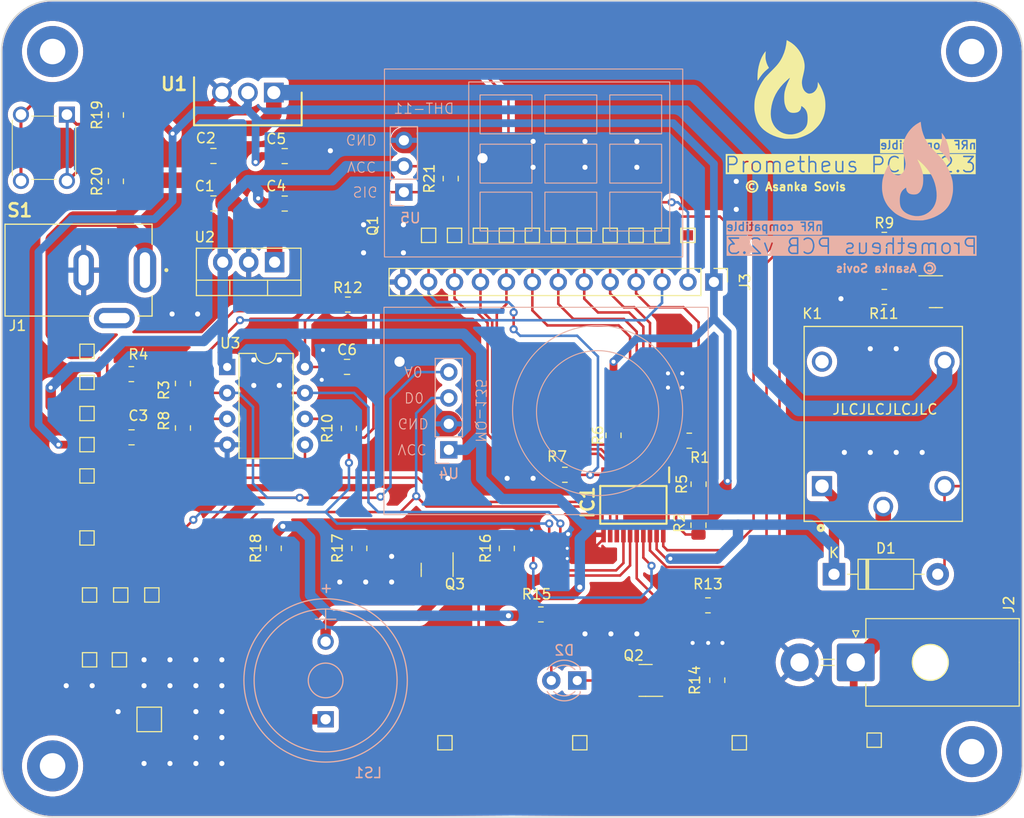
<source format=kicad_pcb>
(kicad_pcb (version 20221018) (generator pcbnew)
  (title_block (title "Prometheus Main PCB v2.3") (date "2023-11-14") (rev "2.3") (company "Asanka Sovis"))
  (layers (0 "F.Cu" signal) (31 "B.Cu" signal) (34 "B.Paste" user) (35 "F.Paste" user) (36 "B.SilkS" user "B.Silkscreen") (37 "F.SilkS" user "F.Silkscreen") (38 "B.Mask" user) (39 "F.Mask" user) (44 "Edge.Cuts" user))
  (net 0 "")
  (net 1 "+12V")
  (net 2 "GND")
  (net 3 "Net-(C3-Pad2)")
  (net 4 "+5V")
  (net 5 "+3.3V")
  (net 6 "Net-(D1-A)")
  (net 7 "Net-(D2-K)")
  (net 8 "Net-(D2-A)")
  (net 9 "/DHT_11_3V3")
  (net 10 "/Solenoid_Control_3V3")
  (net 11 "/Indicator_Buzzer_3V3")
  (net 12 "/Indicator_LED_3V3")
  (net 13 "/MQ_135_SDA_3V3")
  (net 14 "/MQ_135_SCL_3V3")
  (net 15 "/MQ_135_CS_3V3")
  (net 16 "/MQ_135_D_3V3")
  (net 17 "/LS_EN")
  (net 18 "/MQ_135_D")
  (net 19 "/MQ_135_CS")
  (net 20 "/MQ_135_SCL")
  (net 21 "/MQ_135_SDA")
  (net 22 "/Indicator_LED")
  (net 23 "/Indicator_Buzzer")
  (net 24 "/Solenoid_Control")
  (net 25 "/DHT_11_5V")
  (net 26 "/To_Solenoid")
  (net 27 "/To_Reset")
  (net 28 "/MQ_135_A_3V3")
  (net 30 "Net-(Q1-G)")
  (net 31 "Net-(Q2-G)")
  (net 32 "Net-(Q3-G)")
  (net 33 "Net-(Q3-D)")
  (net 34 "/MQ_135_A")
  (net 35 "Net-(U3-REF-)")
  (net 36 "Net-(U3-SDA)")
  (net 37 "Net-(S1-COM_1)")
  (net 38 "Net-(LS1-Pad1)")
  (footprint "TestPoint:TestPoint_Pad_1.0x1.0mm" (layer "F.Cu") (at 98.591 120.6315)
    (fp_text reference "TP13")
    (fp_text value "MQ_135_D_TP")
  )
  (footprint "Resistor_SMD:R_0805_2012Metric" (layer "F.Cu") (at 173.4975 85.0715 180)
    (fp_text reference "R11")
    (fp_text value "10k")
  )
  (footprint "Resistor_SMD:R_0805_2012Metric" (layer "F.Cu") (at 99.7575 92.6435)
    (fp_text reference "R4")
    (fp_text value "20k")
  )
  (footprint "TestPoint:TestPoint_Pad_1.0x1.0mm" (layer "F.Cu") (at 143.676 128.7595)
    (fp_text reference "TP15")
    (fp_text value "LED_TP")
  )
  (footprint "Resistor_SMD:R_0805_2012Metric" (layer "F.Cu") (at 131.036 73.4785 90)
    (fp_text reference "R21")
    (fp_text value "10k")
  )
  (footprint "SRD-05VDC-SL-C:RELAY_SRD-05VDC-SL-C" (layer "F.Cu") (at 173.394 97.5175 90)
    (fp_text reference "K1")
    (fp_text value "SRD-05VDC-SL-C")
  )
  (footprint "Resistor_SMD:R_0805_2012Metric" (layer "F.Cu") (at 136.53 109.721 -90)
    (fp_text reference "R16")
    (fp_text value "100R")
  )
  (footprint "MountingHole:MountingHole_2.5mm_Pad_TopBottom" (layer "F.Cu") (at 92.046 131.03)
    (fp_text reference "H4")
    (fp_text value "MountingHole")
  )
  (footprint "Capacitor_SMD:C_0805_2012Metric" (layer "F.Cu") (at 114.78 75.9275)
    (fp_text reference "C4")
    (fp_text value "10uF")
  )
  (footprint "Capacitor_SMD:C_0805_2012Metric" (layer "F.Cu") (at 120.882 91.9295)
    (fp_text reference "C6")
    (fp_text value "0.1uF")
  )
  (footprint "TestPoint:TestPoint_Pad_1.0x1.0mm" (layer "F.Cu") (at 95.67 120.6315)
    (fp_text reference "TP12")
    (fp_text value "MQ_135_5V_TP")
  )
  (footprint "TestPoint:TestPoint_Pad_1.0x1.0mm" (layer "F.Cu") (at 95.416 102.6183)
    (fp_text reference "TP3")
    (fp_text value "VREF_A_TP")
  )
  (footprint "TestPoint:TestPoint_Pad_1.0x1.0mm" (layer "F.Cu") (at 149.19 79.0415 -90)
    (fp_text reference "TP20")
    (fp_text value "DHT_11_3V3_TP")
  )
  (footprint "Resistor_SMD:R_0805_2012Metric" (layer "F.Cu") (at 98.25 73.75 90)
    (fp_text reference "R20")
    (fp_text value "DNP")
  )
  (footprint "TestPoint:TestPoint_Pad_2.0x2.0mm" (layer "F.Cu") (at 101.512 126.4735 90)
    (fp_text reference "TP25")
    (fp_text value "GND_TP")
  )
  (footprint "Graphics:Prometheus" (layer "F.Cu") (at 164.25 64.75)
    (fp_text reference "G***" hide)
    (fp_text value "LOGO" hide)
  )
  (footprint "Resistor_SMD:R_0805_2012Metric" (layer "F.Cu") (at 155.298 107.4435 -90)
    (fp_text reference "R2")
    (fp_text value "DNP")
  )
  (footprint "Package_TO_SOT_SMD:SOT-23" (layer "F.Cu") (at 129.706 111.82 -90)
    (fp_text reference "Q3")
    (fp_text value "IRLML6246")
  )
  (footprint "Resistor_SMD:R_0805_2012Metric" (layer "F.Cu") (at 120.9575 85.8235)
    (fp_text reference "R12")
    (fp_text value "10k")
  )
  (footprint "TestPoint:TestPoint_Pad_1.0x1.0mm" (layer "F.Cu") (at 131.41 79.0415 -90)
    (fp_text reference "TP24")
    (fp_text value "MQ_135_D_3V3_TP")
  )
  (footprint "TestPoint:TestPoint_Pad_1.0x1.0mm" (layer "F.Cu") (at 95.67 114.2815)
    (fp_text reference "TP7")
    (fp_text value "MQ_135_SCL_TP")
  )
  (footprint "TestPoint:TestPoint_Pad_1.0x1.0mm" (layer "F.Cu") (at 141.57 79.0415 -90)
    (fp_text reference "TP19")
    (fp_text value "Indicator_LED_3V3_TP")
  )
  (footprint "Resistor_SMD:R_0805_2012Metric" (layer "F.Cu") (at 157.14 122.6335 90)
    (fp_text reference "R14")
    (fp_text value "10k")
  )
  (footprint "TestPoint:TestPoint_Pad_1.0x1.0mm" (layer "F.Cu") (at 128.87 79.0415 -90)
    (fp_text reference "TP6")
    (fp_text value "LS_EN_TP")
  )
  (footprint "Resistor_SMD:R_0805_2012Metric" (layer "F.Cu") (at 154.3975 99.1635 180)
    (fp_text reference "R1")
    (fp_text value "DNP")
  )
  (footprint "TestPoint:TestPoint_Pad_1.0x1.0mm" (layer "F.Cu") (at 95.416 90.4055 90)
    (fp_text reference "TP1")
    (fp_text value "12V_TP")
  )
  (footprint "TestPoint:TestPoint_Pad_1.0x1.0mm" (layer "F.Cu") (at 146.65 79.0415 -90)
    (fp_text reference "TP17")
    (fp_text value "Solenoid_Control_3V3_TP")
  )
  (footprint "TestPoint:TestPoint_Pad_1.0x1.0mm" (layer "F.Cu") (at 172.505 128.5055)
    (fp_text reference "TP14")
    (fp_text value "Solenoid_Out_TP")
  )
  (footprint "Resistor_SMD:R_0805_2012Metric" (layer "F.Cu") (at 173.4975 79.4835)
    (fp_text reference "R9")
    (fp_text value "100R")
  )
  (footprint "Resistor_SMD:R_0805_2012Metric" (layer "F.Cu") (at 104.814 97.922 -90)
    (fp_text reference "R8")
    (fp_text value "2k")
  )
  (footprint "TestPoint:TestPoint_Pad_1.0x1.0mm" (layer "F.Cu") (at 130.468 128.7595)
    (fp_text reference "TP16")
    (fp_text value "Buzzer_TP")
  )
  (footprint "TestPoint:TestPoint_Pad_1.0x1.0mm" (layer "F.Cu") (at 101.766 114.2815)
    (fp_text reference "TP11")
    (fp_text value "MQ_135_SDA_TP")
  )
  (footprint "Resistor_SMD:R_0805_2012Metric" (layer "F.Cu") (at 156.2255 115.2975)
    (fp_text reference "R13")
    (fp_text value "100R")
  )
  (footprint "TestPoint:TestPoint_Pad_1.0x1.0mm" (layer "F.Cu") (at 95.416 93.4535 90)
    (fp_text reference "TP4")
    (fp_text value "5V_TP")
  )
  (footprint "Package_TO_SOT_SMD:SOT-23" (layer "F.Cu") (at 178.5525 84.5635)
    (fp_text reference "Q1")
    (fp_text value "IRLML6246")
  )
  (footprint "TestPoint:TestPoint_Pad_1.0x1.0mm" (layer "F.Cu") (at 154.27 79.0415 -90)
    (fp_text reference "TP27")
    (fp_text value "Reset_TP")
  )
  (footprint "TestPoint:TestPoint_Pad_1.0x1.0mm" (layer "F.Cu") (at 139.03 79.0415 -90)
    (fp_text reference "TP21")
    (fp_text value "MQ_135_SDA_3V3_TP")
  )
  (footprint "MountingHole:MountingHole_2.5mm_Pad_TopBottom" (layer "F.Cu") (at 182.046 129.633)
    (fp_text reference "H3")
    (fp_text value "MountingHole")
  )
  (footprint "TestPoint:TestPoint_Pad_1.0x1.0mm" (layer "F.Cu") (at 159.297 128.7595)
    (fp_text reference "TP10")
    (fp_text value "Solenoid_In_TP")
  )
  (footprint "LMS1585ACT-3.3_NOPB:TO254P470X1028X1955-3P" (layer "F.Cu") (at 113.71 65.0535 180)
    (fp_text reference "U1")
    (fp_text value "LMS1585ACT-3.3_NOPB" hide)
  )
  (footprint "Resistor_SMD:R_0805_2012Metric" (layer "F.Cu") (at 98.25 67.25 -90)
    (fp_text reference "R19")
    (fp_text value "100R")
  )
  (footprint "TestPoint:TestPoint_Pad_1.0x1.0mm" (layer "F.Cu") (at 95.416 108.6935)
    (fp_text reference "TP26")
    (fp_text value "DHT_11_TP")
  )
  (footprint "Resistor_SMD:R_0805_2012Metric" (layer "F.Cu") (at 146.978 98.637 -90)
    (fp_text reference "R6")
    (fp_text value "DNP")
  )
  (footprint "Capacitor_SMD:C_0805_2012Metric" (layer "F.Cu") (at 99.78 98.8335)
    (fp_text reference "C3")
    (fp_text value "0.1uF")
  )
  (footprint "Connector_PinHeader_2.54mm:PinHeader_1x13_P2.54mm_Vertical" (layer "F.Cu") (at 156.81 83.6135 -90)
    (fp_text reference "J3")
    (fp_text value "Conn_01x13_Pin")
  )
  (footprint "Resistor_SMD:R_0805_2012Metric" (layer "F.Cu") (at 142.2155 102.5035 180)
    (fp_text reference "R7")
    (fp_text value "10k")
  )
  (footprint "MountingHole:MountingHole_2.5mm_Pad_TopBottom" (layer "F.Cu") (at 182.046 61.03)
    (fp_text reference "H2")
    (fp_text value "MountingHole")
  )
  (footprint "Resistor_SMD:R_0805_2012Metric" (layer "F.Cu") (at 113.704 109.7095 -90)
    (fp_text reference "R18")
    (fp_text value "220R")
  )
  (footprint "Connector_Molex:Molex_Mega-Fit_76825-0002_2x01_P5.70mm_Horizontal" (layer "F.Cu") (at 170.7 120.8855 -90)
    (fp_text reference "J2")
    (fp_text value "Conn_01x02_Socket")
  )
  (footprint "Package_DIP:DIP-8_W7.62mm" (layer "F.Cu") (at 109.142 91.9395)
    (fp_text reference "U3")
    (fp_text value "XD549")
  )
  (footprint "MountingHole:MountingHole_2.5mm_Pad_TopBottom" (layer "F.Cu") (at 92.046 61.03)
    (fp_text reference "H1")
    (fp_text value "MountingHole")
  )
  (footprint "Capacitor_SMD:C_0805_2012Metric" (layer "F.Cu") (at 114.78 71.2735)
    (fp_text reference "C5")
    (fp_text value "10uF")
  )
  (footprint "TestPoint:TestPoint_Pad_1.0x1.0mm" (layer "F.Cu") (at 144.11 79.0415 -90)
    (fp_text reference "TP18")
    (fp_text value "Indicator_Buzzer_3V3_TP")
  )
  (footprint "Resistor_SMD:R_0805_2012Metric" (layer "F.Cu") (at 139.866 116.1865)
    (fp_text reference "R15")
    (fp_text value "220R")
  )
  (footprint "TestPoint:TestPoint_Pad_1.0x1.0mm" (layer "F.Cu") (at 136.49 79.0415 -90)
    (fp_text reference "TP22")
    (fp_text value "MQ_135_SCL_3V3_TP")
  )
  (footprint "TXS0108EQPWRQ1:SOP65P640X120-20N" (layer "F.Cu") (at 148.925 105.4515 -90)
    (fp_text reference "IC1")
    (fp_text value "TXS0108EQPWRQ1" hide)
  )
  (footprint "Resistor_SMD:R_0805_2012Metric" (layer "F.Cu") (at 121.065 97.9485 90)
    (fp_text reference "R10")
    (fp_text value "100R")
  )
  (footprint "Resistor_SMD:R_0805_2012Metric" (layer "F.Cu") (at 122.086 109.7095 -90)
    (fp_text reference "R17")
    (fp_text value "10k")
  )
  (footprint "Resistor_SMD:R_0805_2012Metric" (layer "F.Cu") (at 155.308 103.4235 90)
    (fp_text reference "R5")
    (fp_text value "DNP")
  )
  (footprint "Connectors:XKB_DC-005-5A-2.0" (layer "F.Cu") (at 95.09 82.45)
    (fp_text reference "J1")
    (fp_text value "DC-005-5A-2.0")
  )
  (footprint "TestPoint:TestPoint_Pad_1.0x1.0mm" (layer "F.Cu") (at 133.95 79.0415 -90)
    (fp_text reference "TP23")
    (fp_text value "MQ_135_CS_3V3_TP")
  )
  (footprint "Package_TO_SOT_THT:TO-220-3_Vertical" (layer "F.Cu") (at 113.79 81.6735 180)
    (fp_text reference "U2")
    (fp_text value "LM7805_TO220")
  )
  (footprint "TestPoint:TestPoint_Pad_1.0x1.0mm" (layer "F.Cu") (at 151.73 79.0415 -90)
    (fp_text reference "TP2")
    (fp_text value "MQ_135_A_3V3_TP")
  )
  (footprint "Diode_THT:D_DO-41_SOD81_P10.16mm_Horizontal" (layer "F.Cu") (at 168.568 112.2495)
    (fp_text reference "D1")
    (fp_text value "1N4001")
  )
  (footprint "Capacitor_SMD:C_0805_2012Metric" (layer "F.Cu") (at 107.8 75.9135 180)
    (fp_text reference "C1")
    (fp_text value "10uF")
  )
  (footprint "Package_TO_SOT_SMD:SOT-23" (layer "F.Cu") (at 150.1175 122.6535 180)
    (fp_text reference "Q2")
    (fp_text value "IRLML6246")
  )
  (footprint "Capacitor_SMD:C_0805_2012Metric" (layer "F.Cu") (at 107.8 71.2635 180)
    (fp_text reference "C2")
    (fp_text value "10uF")
  )
  (footprint "TestPoint:TestPoint_Pad_1.0x1.0mm" (layer "F.Cu") (at 95.416 99.5495 90)
    (fp_text reference "TP5")
    (fp_text value "3V3_TP")
  )
  (footprint "TestPoint:TestPoint_Pad_1.0x1.0mm" (layer "F.Cu") (at 98.718 114.2815)
    (fp_text reference "TP8")
    (fp_text value "MQ_135_CS_TP")
  )
  (footprint "DTS-62N-V:DTS62NV" (layer "F.Cu") (at 93.45 67.21 -90)
    (fp_text reference "S1")
    (fp_text value "DTS-62N-V" hide)
  )
  (footprint "TestPoint:TestPoint_Pad_1.0x1.0mm" (layer "F.Cu") (at 95.416 96.5015)
    (fp_text reference "TP9")
    (fp_text value "VREF_B_TP")
  )
  (footprint "Resistor_SMD:R_0805_2012Metric" (layer "F.Cu") (at 104.814 93.557 90)
    (fp_text reference "R3")
    (fp_text value "10k")
  )
  (footprint "LED_THT:LED_D3.0mm_FlatTop" (layer "B.Cu") (at 143.427 122.6635 180)
    (fp_text reference "D2")
    (fp_text value "LED")
  )
  (footprint "Buzzer_Beeper:MagneticBuzzer_StarMicronics_HMB-06_HMB-12" (layer "B.Cu") (at 118.784 126.4635 90)
    (fp_text reference "LS1")
    (fp_text value "CPE-222H")
  )
  (footprint "Graphics:Prometheus" (layer "B.Cu") (at 176.75 72.75 180)
    (fp_text reference "G***" hide)
    (fp_text value "LOGO" hide)
  )
  (footprint "Sensors:DHT-11" (layer "B.Cu") (at 126.45 75.4435)
    (fp_text reference "U5")
    (fp_text value "DHT-11" hide)
  )
  (footprint "Sensors:MQ-135" (layer "B.Cu") (at 130.849 100.0575)
    (fp_text reference "U4")
    (fp_text value "MQ-135" hide)
  )
  (gr_line locked (start 92.046 56.03) (end 182.046 56.03) (stroke (width 0.1)) (layer "Edge.Cuts"))
  (gr_arc locked (start 87.046 61.03) (mid 88.510466 57.494467) (end 92.046 56.03) (stroke (width 0.1)) (layer "Edge.Cuts"))
  (gr_line locked (start 182.046 136.03) (end 92.046 136.03) (stroke (width 0.1)) (layer "Edge.Cuts"))
  (gr_line locked (start 187.046 61.03) (end 187.046 131.03) (stroke (width 0.1)) (layer "Edge.Cuts"))
  (gr_arc locked (start 92.046 136.03) (mid 88.510467 134.565534) (end 87.046 131.03) (stroke (width 0.1)) (layer "Edge.Cuts"))
  (gr_arc locked (start 187.046 131.03) (mid 185.581534 134.565533) (end 182.046 136.03) (stroke (width 0.1)) (layer "Edge.Cuts"))
  (gr_arc locked (start 182.046 56.03) (mid 185.581533 57.494466) (end 187.046 61.03) (stroke (width 0.1)) (layer "Edge.Cuts"))
  (gr_line locked (start 87.046 131.03) (end 87.046 61.03) (stroke (width 0.1)) (layer "Edge.Cuts"))
  (gr_text "Prometheus PCB v2.3" (at 182.75 81) (layer "B.SilkS" knockout) (effects (font (size 1.5 1.5)) (justify left bottom mirror)))
  (gr_text "© Asanka Sovis" (at 178.75 82.75) (layer "B.SilkS") (effects (font (size 0.8 0.8) (thickness 0.175) bold) (justify left bottom mirror)))
  (gr_text "nRF compatible" (at 167.55 78.67) (layer "B.SilkS" knockout) (effects (font (size 0.8 0.8)) (justify left bottom mirror)))
  (gr_text "© Asanka Sovis" (at 159.75 74.75) (layer "F.SilkS") (effects (font (size 0.8 0.8) (thickness 0.175) bold) (justify left bottom)))
  (gr_text "Prometheus PCB v2.3" (at 157.75 73) (layer "F.SilkS" knockout) (effects (font (size 1.5 1.5)) (justify left bottom)))
  (gr_text "nRF compatible" (at 182.6 70.67) (layer "F.SilkS" knockout) (effects (font (size 0.8 0.8)) (justify left bottom mirror)))
  (gr_text "JLCJLCJLCJLC" (at 168.32 96.68) (layer "F.SilkS") (effects (font (size 1 1)) (justify left bottom)))
  (segment (start 102.3585 73.6415) (end 99.02 76.98) (width 1.52) (layer "F.Cu") (net 1))
  (segment (start 108.496 73.6415) (end 102.3585 73.6415) (width 1.52) (layer "F.Cu") (net 1))
  (segment (start 92.114 79.4835) (end 92.114 88.6275) (width 1.52) (layer "F.Cu") (net 1))
  (segment (start 108.75 71.2635) (end 108.75 69.9035) (width 1.52) (layer "F.Cu") (net 1))
  (segment (start 113.79 79.8235) (end 113.79 81.6735) (width 1.52) (layer "F.Cu") (net 1))
  (segment (start 108.75 69.9035) (end 110.1 68.5535) (width 1.52) (layer "F.Cu") (net 1))
  (segment (start 99.02 76.98) (end 98.5485 77.4515) (width 1.52) (layer "F.Cu") (net 1))
  (segment (start 99.02 76.98) (end 99.02 77.923) (width 1.52) (layer "F.Cu") (net 1))
  (segment (start 108.75 75.9135) (end 109.88 75.9135) (width 1.52) (layer "F.Cu") (net 1))
  (segment (start 109.88 75.9135) (end 113.79 79.8235) (width 1.52) (layer "F.Cu") (net 1))
  (segment (start 108.75 73.3875) (end 108.75 71.2635) (width 1.52) (layer "F.Cu") (net 1))
  (segment (start 112.33 68.5535) (end 113.71 67.1735) (width 1.52) (layer "F.Cu") (net 1))
  (segment (start 101.09 79.993) (end 101.09 82.45) (width 1.52) (layer "F.Cu") (net 1))
  (segment (start 94.146 77.4515) (end 92.114 79.4835) (width 1.52) (layer "F.Cu") (net 1))
  (segment (start 99.02 77.923) (end 101.09 79.993) (width 1.52) (layer "F.Cu") (net 1))
  (segment (start 93.892 90.4055) (end 95.416 90.4055) (width 1.52) (layer "F.Cu") (net 1))
  (segment (start 110.1 68.5535) (end 112.33 68.5535) (width 1.52) (layer "F.Cu") (net 1))
  (segment (start 108.75 75.9135) (end 108.75 73.3875) (width 1.52) (layer "F.Cu") (net 1))
  (segment (start 92.114 88.6275) (end 93.892 90.4055) (width 1.52) (layer "F.Cu") (net 1))
  (segment (start 113.71 67.1735) (end 113.71 65.0535) (width 1.52) (layer "F.Cu") (net 1))
  (segment (start 98.5485 77.4515) (end 94.146 77.4515) (width 1.52) (layer "F.Cu") (net 1))
  (segment (start 154.773 65.0535) (end 161.329 71.6095) (width 1.52) (layer "B.Cu") (net 1))
  (segment (start 176.696 95.9935) (end 179.394 93.2955) (width 1.52) (layer "B.Cu") (net 1))
  (segment (start 161.329 71.6095) (end 161.329 92.1835) (width 1.52) (layer "B.Cu") (net 1))
  (segment (start 161.329 92.1835) (end 165.139 95.9935) (width 1.52) (layer "B.Cu") (net 1))
  (segment (start 179.394 93.2955) (end 179.394 91.4175) (width 1.52) (layer "B.Cu") (net 1))
  (segment (start 113.71 65.0535) (end 154.773 65.0535) (width 1.52) (layer "B.Cu") (net 1))
  (segment (start 165.139 95.9935) (end 176.696 95.9935) (width 1.52) (layer "B.Cu") (net 1))
  (segment (start 128.944 97.5175) (end 126.912 95.4855) (width 2.54) (layer "F.Cu") (net 2))
  (segment (start 146 108.7825) (end 145.327 109.4555) (width 0.25) (layer "F.Cu") (net 2))
  (segment (start 132.397 69.7285) (end 134.151 71.4825) (width 2.54) (layer "F.Cu") (net 2))
  (segment (start 126.023 94.5965) (end 126.023 91.4215) (width 2.54) (layer "F.Cu") (net 2))
  (segment (start 146 108.3895) (end 146 108.7825) (width 0.25) (layer "F.Cu") (net 2))
  (segment (start 126.912 95.4855) (end 126.023 94.5965) (width 2.54) (layer "F.Cu") (net 2))
  (segment (start 145.327 109.4555) (end 143.295 109.4555) (width 0.25) (layer "F.Cu") (net 2))
  (segment (start 143.295 109.4555) (end 142.533 108.6935) (width 0.25) (layer "F.Cu") (net 2))
  (segment (start 126.45 69.7285) (end 132.397 69.7285) (width 2.54) (layer "F.Cu") (net 2))
  (segment (start 142.533 108.6935) (end 142.533 108.3125) (width 0.25) (layer "F.Cu") (net 2))
  (segment (start 130.849 97.5175) (end 128.944 97.5175) (width 2.54) (layer "F.Cu") (net 2))
  (via (at 138.944 107.908) (size 0.6) (drill 0.3) (layers "F.Cu" "B.Cu") (net 2))
  (via (at 114.25 91.25) (size 1) (drill 0.5) (layers "F.Cu" "B.Cu") (net 2))
  (via (at 152.312 92.5645) (size 0.8) (drill 0.4) (layers "F.Cu" "B.Cu") (net 2))
  (via (at 108.624 128.2515) (size 1) (drill 0.5) (layers "F.Cu" "B.Cu") (net 2))
  (via (at 139.104 69.8315) (size 1) (drill 0.5) (layers "F.Cu" "B.Cu") (net 2))
  (via (at 130.75 102.8515) (size 1) (drill 0.5) (layers "F.Cu" "B.Cu") (net 2))
  (via (at 159 76.5) (size 1) (drill 0.5) (layers "F.Cu" "B.Cu") (net 2))
  (via (at 134.151 71.4825) (size 2) (drill 1) (layers "F.Cu" "B.Cu") (net 2))
  (via (at 103.544 123.1715) (size 1) (drill 0.5) (layers "F.Cu" "B.Cu") (net 2))
  (via (at 122.5 78) (size 1) (drill 0.5) (layers "F.Cu" "B.Cu") (net 2))
  (via (at 106.084 120.6315) (size 1) (drill 0.5) (layers "F.Cu" "B.Cu") (net 2))
  (via (at 169.584 100.3115) (size 1) (drill 0.5) (layers "F.Cu" "B.Cu") (net 2))
  (via (at 95.924 123.1715) (size 1) (drill 0.5) (layers "F.Cu" "B.Cu") (net 2))
  (via (at 98.464 125.7115) (size 1) (drill 0.5) (layers "F.Cu" "B.Cu") (net 2))
  (via (at 139.104 72.3715) (size 1) (drill 0.5) (layers "F.Cu" "B.Cu") (net 2))
  (via (at 106.084 125.7115) (size 1) (drill 0.5) (layers "F.Cu" "B.Cu") (net 2))
  (via (at 144.184 72.3715) (size 1) (drill 0.5) (layers "F.Cu" "B.Cu") (net 2))
  (via (at 108.624 125.7115) (size 1) (drill 0.5) (layers "F.Cu" "B.Cu") (net 2))
  (via (at 106.084 123.1715) (size 1) (drill 0.5) (layers "F.Cu" "B.Cu") (net 2))
  (via (at 144.184 118.0915) (size 1) (drill 0.5) (layers "F.Cu" "B.Cu") (net 2))
  (via (at 149.264 118.0915) (size 1) (drill 0.5) (layers "F.Cu" "B.Cu") (net 2))
  (via (at 101.004 130.7915) (size 1) (drill 0.5) (layers "F.Cu" "B.Cu") (net 2))
  (via (at 159 73.75) (size 1) (drill 0.5) (layers "F.Cu" "B.Cu") (net 2))
  (via (at 108.624 123.1715) (size 1) (drill 0.5) (layers "F.Cu" "B.Cu") (net 2))
  (via (at 108.624 130.7915) (size 1) (drill 0.5) (layers "F.Cu" "B.Cu") (net 2))
  (via (at 174.664 90.1515) (size 1) (drill 0.5) (layers "F.Cu" "B.Cu") (net 2))
  (via (at 108.624 120.6315) (size 1) (drill 0.5) (layers "F.Cu" "B.Cu") (net 2))
  (via (at 177.204 100.3115) (size 1) (drill 0.5) (layers "F.Cu" "B.Cu") (net 2))
  (via (at 106.25 86.75) (size 1) (drill 0.5) (layers "F.Cu" "B.Cu") (net 2))
  (via (at 101.004 123.1715) (size 1) (drill 0.5) (layers "F.Cu" "B.Cu") (net 2))
  (via (at 93.384 123.1715) (size 1) (drill 0.5) (layers "F.Cu" "B.Cu") (net 2))
  (via (at 118.403 93.1995) (size 0.8) (drill 0.4) (layers "F.Cu" "B.Cu") (net 2))
  (via (at 126.404 78) (size 1) (drill 0.5) (layers "F.Cu" "B.Cu") (net 2))
  (via (at 119.25 70.75) (size 1) (drill 0.5) (layers "F.Cu" "B.Cu") (net 2))
  (via (at 144.184 69.8315) (size 1) (drill 0.5) (layers "F.Cu" "B.Cu") (net 2))
  (via (at 103.75 86.75) (size 1) (drill 0.5) (layers "F.Cu" "B.Cu") (net 2))
  (via (at 103.544 120.6315) (size 1) (drill 0.5) (layers "F.Cu" "B.Cu") (net 2))
  (via (at 106.084 128.2515) (size 1) (drill 0.5) (layers "F.Cu" "B.Cu") (net 2))
  (via (at 142.533 108.3125) (size 0.8) (drill 0.4) (layers "F.Cu" "B.Cu") (net 2))
  (via (at 149.264 72.3715) (size 1) (drill 0.5) (layers "F.Cu" "B.Cu") (net 2))
  (via (at 152.312 93.9615) (size 0.8) (drill 0.4) (layers "F.Cu" "B.Cu") (net 2))
  (via (at 125.25 110.5) (size 1) (drill 0.5) (layers "F.Cu" "B.Cu") (net 2))
  (via (at 154.725 118.9805) (size 0.8) (drill 0.4) (layers "F.Cu" "B.Cu") (net 2))
  (via (at 156.249 118.9805) (size 0.8) (drill 0.4) (layers "F.Cu" "B.Cu") (net 2))
  (via (at 126.404 80.75) (size 1) (drill 0.5) (layers "F.Cu" "B.Cu") (net 2))
  (via (at 125.25 113.0115) (size 1) (drill 0.5) (layers "F.Cu" "B.Cu") (net 2))
  (via (at 142.444 109.7115) (size 0.6) (drill 0.3) (layers "F.Cu" "B.Cu") (net 2))
  (via (at 174.664 100.3115) (size 1) (drill 0.5) (layers "F.Cu" "B.Cu") (net 2))
  (via (at 157.646 118.9805) (size 0.8) (drill 0.4) (layers "F.Cu" "B.Cu") (net 2))
  (via (at 139.104 102.8515) (size 1) (drill 0.5) (layers "F.Cu" "B.Cu") (net 2))
  (via (at 120.17 113.0115) (size 1) (drill 0.5) (layers "F.Cu" "B.Cu") (net 2))
  (via (at 103.544 130.7915) (size 1) (drill 0.5) (layers "F.Cu" "B.Cu") (net 2))
  (via (at 118.53 90.2785) (size 0.8) (drill 0.4) (layers "F.Cu" "B.Cu") (net 2))
  (via (at 122.71 113.0115) (size 1) (drill 0.5) (layers "F.Cu" "B.Cu") (net 2))
  (via (at 111.75 91.25) (size 1) (drill 0.5) (layers "F.Cu" "B.Cu") (net 2))
  (via (at 149.264 69.8315) (size 1) (drill 0.5) (layers "F.Cu" "B.Cu") (net 2))
  (via (at 114.25 93.75) (size 1) (drill 0.5) (layers "F.Cu" "B.Cu") (net 2))
  (via (at 106.084 130.7915) (size 1) (drill 0.5) (layers "F.Cu" "B.Cu") (net 2))
  (via (at 126.023 91.4215) (size 2) (drill 1) (layers "F.Cu" "B.Cu") (net 2))
  (via (at 101.004 120.6315) (size 1) (drill 0.5) (layers "F.Cu" "B.Cu") (net 2))
  (via (at 153.709 93.9615) (size 0.8) (drill 0.4) (layers "F.Cu" "B.Cu") (net 2))
  (via (at 142.444 110.7115) (size 0.6) (drill 0.3) (layers "F.Cu" "B.Cu") (net 2))
  (via (at 153.709 92.5645) (size 0.8) (drill 0.4) (layers "F.Cu" "B.Cu") (net 2))
  (via (at 172.124 90.1515) (size 1) (drill 0.5) (layers "F.Cu" "B.Cu") (net 2))
  (via (at 111.75 93.75) (size 1) (drill 0.5) (layers "F.Cu" "B.Cu") (net 2))
  (via (at 122.5 80.75) (size 1) (drill 0.5) (layers "F.Cu" "B.Cu") (net 2))
  (via (at 169.25 85.25) (size 1) (drill 0.5) (layers "F.Cu" "B.Cu") (net 2))
  (via (at 172.124 100.3115) (size 1) (drill 0.5) (layers "F.Cu" "B.Cu") (net 2))
  (via (at 136.564 102.8515) (size 1) (drill 0.5) (layers "F.Cu" "B.Cu") (net 2))
  (via (at 146.724 118.0915) (size 1) (drill 0.5) (layers "F.Cu" "B.Cu") (net 2))
  (segment (start 142.533 108.3125) (end 139.3485 108.3125) (width 0.25) (layer "B.Cu") (net 2))
  (segment (start 139.3485 108.3125) (end 138.944 107.908) (width 0.25) (layer "B.Cu") (net 2))
  (segment (start 104.814 98.8345) (end 100.731 98.8345) (width 0.25) (layer "F.Cu") (net 3))
  (segment (start 100.731 98.8345) (end 100.73 98.8335) (width 0.25) (layer "F.Cu") (net 3))
  (segment (start 113.704 108.4395) (end 113.704 108.797) (width 1.02) (layer "F.Cu") (net 4))
  (segment (start 138.9535 115.194) (end 138.9535 116.1865) (width 1.02) (layer "F.Cu") (net 4))
  (segment (start 136.691 116.3135) (end 138.8265 116.3135) (width 1.02) (layer "F.Cu") (net 4))
  (segment (start 95.416 93.4535) (end 95.416 96.5015) (width 1.02) (layer "F.Cu") (net 4))
  (segment (start 130.7385 72.2685) (end 131.036 72.566) (width 0.25) (layer "F.Cu") (net 4))
  (segment (start 112.688 75.9275) (end 112.18 75.4195) (width 1.02) (layer "F.Cu") (net 4))
  (segment (start 126.45 72.2685) (end 130.7385 72.2685) (width 0.25) (layer "F.Cu") (net 4))
  (segment (start 113.83 75.9275) (end 112.688 75.9275) (width 1.02) (layer "F.Cu") (net 4))
  (segment (start 152.54201 110.719) (end 152.123318 110.719) (width 0.25) (layer "F.Cu") (net 4))
  (segment (start 120.045 85.8235) (end 118.44 85.8235) (width 0.25) (layer "F.Cu") (net 4))
  (segment (start 91.86 95.7395) (end 91.86 93.9615) (width 1.02) (layer "F.Cu") (net 4))
  (segment (start 152.123318 110.719) (end 151.2 109.795682) (width 0.25) (layer "F.Cu") (net 4))
  (segment (start 118.44 85.8235) (end 116.762 87.5015) (width 0.25) (layer "F.Cu") (net 4))
  (segment (start 168.568 104.7915) (end 168.568 112.2495) (width 1.02) (layer "F.Cu") (net 4))
  (segment (start 151.2 109.795682) (end 151.2 108.3895) (width 0.25) (layer "F.Cu") (net 4))
  (segment (start 116.762 91.9395) (end 119.922 91.9395) (width 0.25) (layer "F.Cu") (net 4))
  (segment (start 167.394 103.6175) (end 168.568 104.7915) (width 1.02) (layer "F.Cu") (net 4))
  (segment (start 114.593 107.5505) (end 113.704 108.4395) (width 1.02) (layer "F.Cu") (net 4))
  (segment (start 142.914 114.2815) (end 139.866 114.2815) (width 1.02) (layer "F.Cu") (net 4))
  (segment (start 116.762 87.5015) (end 116.762 91.9395) (width 0.25) (layer "F.Cu") (net 4))
  (segment (start 143.676 113.5195) (end 142.914 114.2815) (width 1.02) (layer "F.Cu") (net 4))
  (segment (start 139.866 114.2815) (end 138.9535 115.194) (width 1.02) (layer "F.Cu") (net 4))
  (segment (start 92.622 96.5015) (end 91.86 95.7395) (width 1.02) (layer "F.Cu") (net 4))
  (segment (start 119.922 91.9395) (end 119.932 91.9295) (width 0.25) (layer "F.Cu") (net 4))
  (segment (start 95.416 96.5015) (end 92.622 96.5015) (width 1.02) (layer "F.Cu") (net 4))
  (via (at 143.676 113.5195) (size 1) (drill 0.5) (layers "F.Cu" "B.Cu") (net 4))
  (via (at 152.54201 110.719) (size 0.8) (drill 0.4) (layers "F.Cu" "B.Cu") (net 4))
  (via (at 114.593 107.5505) (size 1) (drill 0.5) (layers "F.Cu" "B.Cu") (net 4))
  (via (at 136.691 116.3135) (size 1) (drill 0.5) (layers "F.Cu" "B.Cu") (net 4))
  (via (at 91.86 93.9615) (size 0.8) (drill 0.4) (layers "F.Cu" "B.Cu") (net 4))
  (via (at 112.18 75.4195) (size 0.8) (drill 0.4) (layers "F.Cu" "B.Cu") (net 4))
  (segment (start 108.71 87.5255) (end 106.846 89.3895) (width 1.02) (layer "B.Cu") (net 4))
  (segment (start 134.024 98.5335) (end 134.024 102.8515) (width 1.02) (layer "B.Cu") (net 4))
  (segment (start 117.26 108.6935) (end 117.26 114.2815) (width 1.02) (layer "B.Cu") (net 4))
  (segment (start 112.18 74.6575) (end 111.164 73.6415) (width 1.02) (layer "B.Cu") (net 4))
  (segment (start 116.762 90.2855) (end 116.762 91.9395) (width 1.02) (layer "B.Cu") (net 4))
  (segment (start 114.593 107.5505) (end 116.117 107.5505) (width 1.02) (layer "B.Cu") (net 4))
  (segment (start 168.568 109.7095) (end 168.568 112.2495) (width 1.02) (layer "B.Cu") (net 4))
  (segment (start 159.17 108.6935) (end 159.17 107.395) (width 1.02) (layer "B.Cu") (net 4))
  (segment (start 143.676 113.5195) (end 143.676 108.792) (width 1.02) (layer "B.Cu") (net 4))
  (segment (start 134.024 102.8515) (end 136.056 104.8835) (width 1.02) (layer "B.Cu") (net 4))
  (segment (start 157.646 107.395) (end 166.2535 107.395) (width 1.02) (layer "B.Cu") (net 4))
  (segment (start 106.846 89.3895) (end 98.972 89.3895) (width 1.02) (layer "B.Cu") (net 4))
  (segment (start 119.419 73.6415) (end 120.792 72.2685) (width 1.02) (layer "B.Cu") (net 4))
  (segment (start 98.972 89.3895) (end 96.432 91.9295) (width 1.02) (layer "B.Cu") (net 4))
  (segment (start 157.138 110.7255) (end 159.17 108.6935) (width 1.02) (layer "B.Cu") (net 4))
  (segment (start 109.142 91.9395) (end 109.142 90.1015) (width 1.02) (layer "B.Cu") (net 4))
  (segment (start 93.892 91.9295) (end 91.86 93.9615) (width 1.02) (layer "B.Cu") (net 4))
  (segment (start 108.71 81.6735) (end 108.71 87.5255) (width 1.02) (layer "B.Cu") (net 4))
  (segment (start 117.26 114.2815) (end 119.292 116.3135) (width 1.02) (layer "B.Cu") (net 4))
  (segment (start 132.302 88.6835) (end 134.024 90.4055) (width 1.02) (layer "B.Cu") (net 4))
  (segment (start 108.71 81.6735) (end 108.71 91.5075) (width 1.02) (layer "B.Cu") (net 4))
  (segment (start 141.644 104.8835) (end 143.676 106.9155) (width 1.02) (layer "B.Cu") (net 4))
  (segment (start 115.16 88.6835) (end 132.302 88.6835) (width 1.02) (layer "B.Cu") (net 4))
  (segment (start 152.54851 110.7255) (end 157.138 110.7255) (width 1.02) (layer "B.Cu") (net 4))
  (segment (start 108.71 81.6735) (end 108.71 76.0955) (width 1.02) (layer "B.Cu") (net 4))
  (segment (start 108.71 91.5075) (end 109.142 91.9395) (width 1.02) (layer "B.Cu") (net 4))
  (segment (start 108.71 76.0955) (end 111.164 73.6415) (width 1.02) (layer "B.Cu") (net 4))
  (segment (start 132.5 100.0575) (end 130.849 100.0575) (width 1.02) (layer "B.Cu") (net 4))
  (segment (start 115.16 88.6835) (end 116.762 90.2855) (width 1.02) (layer "B.Cu") (net 4))
  (segment (start 111.164 73.6415) (end 119.419 73.6415) (width 1.02) (layer "B.Cu") (net 4))
  (segment (start 136.056 104.8835) (end 141.644 104.8835) (width 1.02) (layer "B.Cu") (net 4))
  (segment (start 116.117 107.5505) (end 117.26 108.6935) (width 1.02) (layer "B.Cu") (net 4))
  (segment (start 144.1555 107.395) (end 157.646 107.395) (width 1.02) (layer "B.Cu") (net 4))
  (segment (start 109.142 90.1015) (end 110.56 88.6835) (width 1.02) (layer "B.Cu") (net 4))
  (segment (start 96.432 91.9295) (end 93.892 91.9295) (width 1.02) (layer "B.Cu") (net 4))
  (segment (start 134.024 98.5335) (end 132.5 100.0575) (width 1.02) (layer "B.Cu") (net 4))
  (segment (start 112.18 75.4195) (end 112.18 74.6575) (width 1.02) (layer "B.Cu") (net 4))
  (segment (start 166.2535 107.395) (end 168.568 109.7095) (width 1.02) (layer "B.Cu") (net 4))
  (segment (start 152.54201 110.719) (end 152.54851 110.7255) (width 1.02) (layer "B.Cu") (net 4))
  (segment (start 134.024 90.4055) (end 134.024 98.5335) (width 1.02) (layer "B.Cu") (net 4))
  (segment (start 120.792 72.2685) (end 126.45 72.2685) (width 1.02) (layer "B.Cu") (net 4))
  (segment (start 143.676 106.9155) (end 144.1555 107.395) (width 1.02) (layer "B.Cu") (net 4))
  (segment (start 143.676 108.792) (end 145.073 107.395) (width 1.02) (layer "B.Cu") (net 4))
  (segment (start 119.292 116.3135) (end 136.691 116.3135) (width 1.02) (layer "B.Cu") (net 4))
  (segment (start 110.56 88.6835) (end 115.16 88.6835) (width 1.02) (layer "B.Cu") (net 4))
  (segment (start 158.154 103.1055) (end 156.9235 104.336) (width 0.76) (layer "F.Cu") (net 5))
  (segment (start 155.2655 104.2935) (end 151.468 104.2935) (width 0.25) (layer "F.Cu") (net 5))
  (segment (start 158.154 105.3915) (end 158.154 103.1055) (width 0.76) (layer "F.Cu") (net 5))
  (segment (start 146.978 91.4215) (end 146.978 97.7245) (width 0.76) (layer "F.Cu") (net 5))
  (segment (start 157.0145 106.531) (end 158.154 105.3915) (width 0.76) (layer "F.Cu") (net 5))
  (segment (start 151.468 104.2935) (end 151.2 104.0255) (width 0.25) (layer "F.Cu") (net 5))
  (segment (start 113.83 71.2735) (end 112.516 71.2735) (width 0.76) (layer "F.Cu") (net 5))
  (segment (start 156.9235 104.336) (end 155.308 104.336) (width 0.76) (layer "F.Cu") (net 5))
  (segment (start 92.622 99.5495) (end 95.416 99.5495) (width 0.76) (layer "F.Cu") (net 5))
  (segment (start 155.298 106.531) (end 157.0145 106.531) (width 0.76) (layer "F.Cu") (net 5))
  (segment (start 151.2 104.0255) (end 151.2 102.5135) (width 0.25) (layer "F.Cu") (net 5))
  (segment (start 101 66.25) (end 99 66.25) (width 0.76) (layer "F.Cu") (net 5))
  (segment (start 103.798 69.0695) (end 103.798 69.048) (width 0.76) (layer "F.Cu") (net 5))
  (segment (start 103.798 69.048) (end 101 66.25) (width 0.76) (layer "F.Cu") (net 5))
  (segment (start 112.516 71.2735) (end 111.926 71.8635) (width 0.76) (layer "F.Cu") (net 5))
  (segment (start 155.308 104.336) (end 155.2655 104.2935) (width 0.25) (layer "F.Cu") (net 5))
  (segment (start 95.416 99.5495) (end 95.416 102.6183) (width 0.76) (layer "F.Cu") (net 5))
  (via (at 92.622 99.5495) (size 0.8) (drill 0.4) (layers "F.Cu" "B.Cu") (net 5))
  (via (at 158.154 103.1055) (size 0.8) (drill 0.4) (layers "F.Cu" "B.Cu") (net 5))
  (via (at 103.798 69.0695) (size 0.8) (drill 0.4) (layers "F.Cu" "B.Cu") (net 5))
  (via (at 111.926 71.8635) (size 0.8) (drill 0.4) (layers "F.Cu" "B.Cu") (net 5))
  (via (at 146.978 91.4215) (size 0.8) (drill 0.4) (layers "F.Cu" "B.Cu") (net 5))
  (segment (start 93.892 77.4515) (end 90.67 80.6735) (width 0.76) (layer "B.Cu") (net 5))
  (segment (start 90.67 97.5975) (end 92.622 99.5495) (width 0.76) (layer "B.Cu") (net 5))
  (segment (start 90.67 80.6735) (end 90.67 97.5975) (width 0.76) (layer "B.Cu") (net 5))
  (segment (start 152.82 68.0535) (end 156.81 72.0435) (width 0.76) (layer "B.Cu") (net 5))
  (segment (start 156.81 87.1775) (end 154.852 89.1355) (width 0.76) (layer "B.Cu") (net 5))
  (segment (start 149.264 89.1355) (end 146.978 91.4215) (width 0.76) (layer "B.Cu") (net 5))
  (segment (start 111.926 67.5455) (end 111.17 66.7895) (width 0.76) (layer "B.Cu") (net 5))
  (segment (start 156.81 72.0435) (end 156.81 83.6135) (width 0.76) (layer "B.Cu") (net 5))
  (segment (start 158.154 88.5215) (end 158.154 103.1055) (width 0.76) (layer "B.Cu") (net 5))
  (segment (start 156.81 83.6135) (end 156.81 87.1775) (width 0.76) (layer "B.Cu") (net 5))
  (segment (start 103.798 75.6735) (end 102.02 77.4515) (width 0.76) (layer "B.Cu") (net 5))
  (segment (start 111.17 66.7895) (end 112.434 68.0535) (width 0.76) (layer "B.Cu") (net 5))
  (segment (start 110.656 66.7835) (end 106.084 66.7835) (width 0.76) (layer "B.Cu") (net 5))
  (segment (start 106.084 66.7835) (end 103.798 69.0695) (width 0.76) (layer "B.Cu") (net 5))
  (segment (start 111.17 65.0535) (end 111.17 66.2695) (width 0.76) (layer "B.Cu") (net 5))
  (segment (start 156.81 87.1775) (end 158.154 88.5215) (width 0.76) (layer "B.Cu") (net 5))
  (segment (start 111.926 71.8635) (end 111.926 67.5455) (width 0.76) (layer "B.Cu") (net 5))
  (segment (start 103.798 69.0695) (end 103.798 75.6735) (width 0.76) (layer "B.Cu") (net 5))
  (segment (start 111.17 66.2695) (end 110.656 66.7835) (width 0.76) (layer "B.Cu") (net 5))
  (segment (start 111.17 65.0535) (end 111.17 66.7895) (width 0.76) (layer "B.Cu") (net 5))
  (segment (start 102.02 77.4515) (end 93.892 77.4515) (width 0.76) (layer "B.Cu") (net 5))
  (segment (start 112.434 68.0535) (end 152.82 68.0535) (width 0.76) (layer "B.Cu") (net 5))
  (segment (start 154.852 89.1355) (end 149.264 89.1355) (width 0.76) (layer "B.Cu") (net 5))
  (segment (start 181.776 84.5635) (end 184.062 86.8495) (width 0.25) (layer "F.Cu") (net 6))
  (segment (start 184.062 86.8495) (end 184.062 101.3275) (width 0.25) (layer "F.Cu") (net 6))
  (segment (start 181.772 103.6175) (end 179.394 103.6175) (width 0.25) (layer "F.Cu") (net 6))
  (segment (start 179.394 103.6175) (end 179.394 111.5835) (width 0.25) (layer "F.Cu") (net 6))
  (segment (start 184.062 101.3275) (end 181.772 103.6175) (width 0.25) (layer "F.Cu") (net 6))
  (segment (start 179.49 84.5635) (end 181.776 84.5635) (width 0.25) (layer "F.Cu") (net 6))
  (segment (start 179.394 111.5835) (end 178.728 112.2495) (width 0.25) (layer "F.Cu") (net 6))
  (segment (start 143.427 122.6635) (end 149.17 122.6635) (width 0.25) (layer "F.Cu") (net 7))
  (segment (start 149.17 122.6635) (end 149.18 122.6535) (width 0.25) (layer "F.Cu") (net 7))
  (segment (start 140.7785 116.4405) (end 140.887 116.549) (width 0.25) (layer "F.Cu") (net 8))
  (segment (start 140.887 116.549) (end 140.887 122.6635) (width 0.25) (layer "F.Cu") (net 8))
  (segment (start 155.3055 102.5135) (end 155.308 102.511) (width 0.25) (layer "F.Cu") (net 9))
  (segment (start 155.31 99.1635) (end 155.31 102.509) (width 0.25) (layer "F.Cu") (net 9))
  (segment (start 155.31 87.5615) (end 153.836 86.0875) (width 0.25) (layer "F.Cu") (net 9))
  (segment (start 150.534 86.0875) (end 149.19 84.7435) (width 0.25) (layer "F.Cu") (net 9))
  (segment (start 151.85 102.5135) (end 155.3055 102.5135) (width 0.25) (layer "F.Cu") (net 9))
  (segment (start 149.19 83.6135) (end 149.19 79.0415) (width 0.25) (layer "F.Cu") (net 9))
  (segment (start 153.836 86.0875) (end 150.534 86.0875) (width 0.25) (layer "F.Cu") (net 9))
  (segment (start 149.19 84.7435) (end 149.19 83.6135) (width 0.25) (layer "F.Cu") (net 9))
  (segment (start 155.31 99.1635) (end 155.31 87.5615) (width 0.25) (layer "F.Cu") (net 9))
  (segment (start 155.31 102.509) (end 155.308 102.511) (width 0.25) (layer "F.Cu") (net 9))
  (segment (start 150.55 87.6275) (end 149.01 86.0875) (width 0.25) (layer "F.Cu") (net 10))
  (segment (start 149.01 86.0875) (end 147.994 86.0875) (width 0.25) (layer "F.Cu") (net 10))
  (segment (start 147.994 86.0875) (end 146.65 84.7435) (width 0.25) (layer "F.Cu") (net 10))
  (segment (start 150.55 102.5135) (end 150.55 87.6275) (width 0.25) (layer "F.Cu") (net 10))
  (segment (start 146.65 83.6135) (end 146.65 79.0415) (width 0.25) (layer "F.Cu") (net 10))
  (segment (start 146.65 84.7435) (end 146.65 83.6135) (width 0.25) (layer "F.Cu") (net 10))
  (segment (start 144.11 85.2515) (end 144.11 83.6135) (width 0.25) (layer "F.Cu") (net 11))
  (segment (start 145.454 86.5955) (end 144.11 85.2515) (width 0.25) (layer "F.Cu") (net 11))
  (segment (start 149.9 102.5135) (end 149.9 87.9935) (width 0.25) (layer "F.Cu") (net 11))
  (segment (start 148.502 86.5955) (end 145.454 86.5955) (width 0.25) (layer "F.Cu") (net 11))
  (segment (start 149.9 87.9935) (end 148.502 86.5955) (width 0.25) (layer "F.Cu") (net 11))
  (segment (start 144.11 83.6135) (end 144.11 79.0415) (width 0.25) (layer "F.Cu") (net 11))
  (segment (start 141.57 85.7595) (end 141.57 83.6135) (width 0.25) (layer "F.Cu") (net 12))
  (segment (start 149.25 102.5135) (end 149.25 88.4865) (width 0.25) (layer "F.Cu") (net 12))
  (segment (start 147.994 87.2305) (end 143.041 87.2305) (width 0.25) (layer "F.Cu") (net 12))
  (segment (start 143.041 87.2305) (end 141.57 85.7595) (width 0.25) (layer "F.Cu") (net 12))
  (segment (start 141.57 83.6135) (end 141.57 79.0415) (width 0.25) (layer "F.Cu") (net 12))
  (segment (start 149.25 88.4865) (end 147.994 87.2305) (width 0.25) (layer "F.Cu") (net 12))
  (segment (start 140.501 87.8655) (end 139.03 86.3945) (width 0.25) (layer "F.Cu") (net 13))
  (segment (start 148.6 102.5135) (end 148.6 88.9795) (width 0.25) (layer "F.Cu") (net 13))
  (segment (start 139.03 83.6135) (end 139.03 79.0415) (width 0.25) (layer "F.Cu") (net 13))
  (segment (start 139.03 86.3945) (end 139.03 83.6135) (width 0.25) (layer "F.Cu") (net 13))
  (segment (start 147.486 87.8655) (end 140.501 87.8655) (width 0.25) (layer "F.Cu") (net 13))
  (segment (start 148.6 88.9795) (end 147.486 87.8655) (width 0.25) (layer "F.Cu") (net 13))
  (segment (start 135.548 98.1525) (end 135.548 86.7225) (width 0.25) (layer "F.Cu") (net 14))
  (segment (start 136.49 85.7805) (end 136.49 83.6135) (width 0.25) (layer "F.Cu") (net 14))
  (segment (start 136.49 83.6135) (end 136.49 79.0415) (width 0.25) (layer "F.Cu") (net 14))
  (segment (start 146.978 99.5495) (end 136.945 99.5495) (width 0.25) (layer "F.Cu") (net 14))
  (segment (start 147.95 100.5215) (end 146.978 99.5495) (width 0.25) (layer "F.Cu") (net 14))
  (segment (start 135.548 86.7225) (end 136.49 85.7805) (width 0.25) (layer "F.Cu") (net 14))
  (segment (start 147.95 102.5135) (end 147.95 100.5215) (width 0.25) (layer "F.Cu") (net 14))
  (segment (start 136.945 99.5495) (end 135.548 98.1525) (width 0.25) (layer "F.Cu") (net 14))
  (segment (start 153.108 105.7535) (end 152.198 104.8435) (width 0.25) (layer "F.Cu") (net 15))
  (segment (start 133.95 86.2885) (end 133.95 83.6135) (width 0.25) (layer "F.Cu") (net 15))
  (segment (start 147.3 102.5135) (end 147.3 101.539604) (width 0.25) (layer "F.Cu") (net 15))
  (segment (start 152.198 104.8435) (end 148.178 104.8435) (width 0.25) (layer "F.Cu") (net 15))
  (segment (start 148.178 104.8435) (end 147.3 103.9655) (width 0.25) (layer "F.Cu") (net 15))
  (segment (start 147.3 103.9655) (end 147.3 102.5135) (width 0.25) (layer "F.Cu") (net 15))
  (segment (start 133.95 83.6135) (end 133.95 79.0415) (width 0.25) (layer "F.Cu") (net 15))
  (segment (start 145.759896 99.9995) (end 136.758604 99.9995) (width 0.25) (layer "F.Cu") (net 15))
  (segment (start 153.108 107.4235) (end 153.108 105.7535) (width 0.25) (layer "F.Cu") (net 15))
  (segment (start 135.098 87.4365) (end 133.95 86.2885) (width 0.25) (layer "F.Cu") (net 15))
  (segment (start 136.758604 99.9995) (end 135.098 98.338896) (width 0.25) (layer "F.Cu") (net 15))
  (segment (start 135.098 98.338896) (end 135.098 87.4365) (width 0.25) (layer "F.Cu") (net 15))
  (segment (start 147.3 101.539604) (end 145.759896 99.9995) (width 0.25) (layer "F.Cu") (net 15))
  (segment (start 155.298 108.356) (end 154.0405 108.356) (width 0.25) (layer "F.Cu") (net 15))
  (segment (start 154.0405 108.356) (end 153.108 107.4235) (width 0.25) (layer "F.Cu") (net 15))
  (segment (start 133.5 86.474896) (end 132.633396 86.474896) (width 0.25) (layer "F.Cu") (net 16))
  (segment (start 131.41 83.6135) (end 131.41 79.0415) (width 0.25) (layer "F.Cu") (net 16))
  (segment (start 136.572208 100.4495) (end 134.648 98.525292) (width 0.25) (layer "F.Cu") (net 16))
  (segment (start 145.5735 100.4495) (end 136.572208 100.4495) (width 0.25) (layer "F.Cu") (net 16))
  (segment (start 146.65 101.526) (end 145.5735 100.4495) (width 0.25) (layer "F.Cu") (net 16))
  (segment (start 146.65 102.5135) (end 146.65 101.526) (width 0.25) (layer "F.Cu") (net 16))
  (segment (start 134.648 98.525292) (end 134.648 87.622896) (width 0.25) (layer "F.Cu") (net 16))
  (segment (start 134.648 87.622896) (end 133.5 86.474896) (width 0.25) (layer "F.Cu") (net 16))
  (segment (start 132.633396 86.474896) (end 131.41 85.2515) (width 0.25) (layer "F.Cu") (net 16))
  (segment (start 131.41 85.2515) (end 131.41 83.6135) (width 0.25) (layer "F.Cu") (net 16))
  (segment (start 143.138 102.5135) (end 143.128 102.5035) (width 0.25) (layer "F.Cu") (net 17))
  (segment (start 128.87 83.6135) (end 128.87 79.0415) (width 0.25) (layer "F.Cu") (net 17))
  (segment (start 137.199 88.2465) (end 137.199 86.5955) (width 0.25) (layer "F.Cu") (net 17))
  (segment (start 146 102.5135) (end 143.138 102.5135) (width 0.25) (layer "F.Cu") (net 17))
  (via (at 137.199 88.2465) (size 0.8) (drill 0.4) (layers "F.Cu" "B.Cu") (net 17))
  (via (at 144.692 102.5135) (size 0.8) (drill 0.4) (layers "F.Cu" "B.Cu") (net 17))
  (via (at 137.199 86.5955) (size 0.8) (drill 0.4) (layers "F.Cu" "B.Cu") (net 17))
  (segment (start 129.706 85.5795) (end 136.691 85.5795) (width 0.25) (layer "B.Cu") (net 17))
  (segment (start 145.454 90.9135) (end 143.422 88.8815) (width 0.25) (layer "B.Cu") (net 17))
  (segment (start 137.199 86.0875) (end 137.199 86.5955) (width 0.25) (layer "B.Cu") (net 17))
  (segment (start 128.87 83.6135) (end 128.87 84.7435) (width 0.25) (layer "B.Cu") (net 17))
  (segment (start 136.691 85.5795) (end 137.199 86.0875) (width 0.25) (layer "B.Cu") (net 17))
  (segment (start 143.422 88.8815) (end 137.834 88.8815) (width 0.25) (layer "B.Cu") (net 17))
  (segment (start 144.692 102.5135) (end 145.454 101.7515) (width 0.25) (layer "B.Cu") (net 17))
  (segment (start 145.454 101.7515) (end 145.454 90.9135) (width 0.25) (layer "B.Cu") (net 17))
  (segment (start 137.834 88.8815) (end 137.199 88.2465) (width 0.25) (layer "B.Cu") (net 17))
  (segment (start 128.87 84.7435) (end 129.706 85.5795) (width 0.25) (layer "B.Cu") (net 17))
  (segment (start 112.18 106.1535) (end 110.148 108.1855) (width 0.25) (layer "F.Cu") (net 18))
  (segment (start 128.67 105.6135) (end 146.182604 105.6135) (width 0.25) (layer "F.Cu") (net 18))
  (segment (start 99.48 118.7265) (end 98.591 119.6155) (width 0.25) (layer "F.Cu") (net 18))
  (segment (start 110.148 108.1855) (end 110.148 115.5515) (width 0.25) (layer "F.Cu") (net 18))
  (segment (start 110.148 115.5515) (end 106.973 118.7265) (width 0.25) (layer "F.Cu") (net 18))
  (segment (start 106.973 118.7265) (end 99.48 118.7265) (width 0.25) (layer "F.Cu") (net 18))
  (segment (start 146.65 106.080896) (end 146.65 108.3895) (width 0.25) (layer "F.Cu") (net 18))
  (segment (start 127.66 104.6035) (end 128.67 105.6135) (width 0.25) (layer "F.Cu") (net 18))
  (segment (start 126.11 106.1535) (end 112.18 106.1535) (width 0.25) (layer "F.Cu") (net 18))
  (segment (start 98.591 119.6155) (end 98.591 120.6315) (width 0.25) (layer "F.Cu") (net 18))
  (segment (start 146.182604 105.6135) (end 146.65 106.080896) (width 0.25) (layer "F.Cu") (net 18))
  (segment (start 127.66 104.6035) (end 126.11 106.1535) (width 0.25) (layer "F.Cu") (net 18))
  (via (at 127.66 104.6035) (size 0.8) (drill 0.4) (layers "F.Cu" "B.Cu") (net 18))
  (segment (start 127.65 104.5935) (end 127.65 96.4835) (width 0.25) (layer "B.Cu") (net 18))
  (segment (start 127.65 96.4835) (end 129.156 94.9775) (width 0.25) (layer "B.Cu") (net 18))
  (segment (start 129.156 94.9775) (end 130.849 94.9775) (width 0.25) (layer "B.Cu") (net 18))
  (segment (start 127.66 104.6035) (end 127.65 104.5935) (width 0.25) (layer "B.Cu") (net 18))
  (segment (start 116.762 101.4915) (end 116.762 100.8915) (width 0.25) (layer "F.Cu") (net 19))
  (segment (start 116.762 101.5355) (end 116.762 100.8915) (width 0.25) (layer "F.Cu") (net 19))
  (segment (start 116.762 100.8915) (end 116.762 99.5595) (width 0.25) (layer "F.Cu") (net 19))
  (segment (start 147.3 108.3895) (end 147.3 106.0945) (width 0.25) (layer "F.Cu") (net 19))
  (segment (start 147.3 106.0945) (end 146.369 105.1635) (width 0.25) (layer "F.Cu") (net 19))
  (segment (start 146.369 105.1635) (end 130.19 105.1635) (width 0.25) (layer "F.Cu") (net 19))
  (segment (start 106.65 102.7935) (end 115.46 102.7935) (width 0.25) (layer "F.Cu") (net 19))
  (segment (start 98.718 114.2815) (end 98.718 113.0115) (width 0.25) (layer "F.Cu") (net 19))
  (segment (start 115.46 102.7935) (end 116.762 101.4915) (width 0.25) (layer "F.Cu") (net 19))
  (segment (start 127.81 102.7835) (end 118.01 102.7835) (width 0.25) (layer "F.Cu") (net 19))
  (segment (start 118.01 102.7835) (end 116.762 101.5355) (width 0.25) (layer "F.Cu") (net 19))
  (segment (start 98.718 113.0115) (end 102.274 109.4555) (width 0.25) (layer "F.Cu") (net 19))
  (segment (start 130.19 105.1635) (end 127.81 102.7835) (width 0.25) (layer "F.Cu") (net 19))
  (segment (start 102.274 109.4555) (end 102.274 107.1695) (width 0.25) (layer "F.Cu") (net 19))
  (segment (start 102.274 107.1695) (end 106.65 102.7935) (width 0.25) (layer "F.Cu") (net 19))
  (segment (start 147.95 111.1505) (end 147.95 108.3895) (width 0.25) (layer "F.Cu") (net 20))
  (segment (start 116.762 94.4795) (end 115.472 94.4795) (width 0.25) (layer "F.Cu") (net 20))
  (segment (start 147.232 111.8685) (end 147.95 111.1505) (width 0.25) (layer "F.Cu") (net 20))
  (segment (start 141.77 111.1055) (end 142.533 111.8685) (width 0.25) (layer "F.Cu") (net 20))
  (segment (start 113.958 100.3115) (end 112.688 101.5815) (width 0.25) (layer "F.Cu") (net 20))
  (segment (start 99.734 105.6455) (end 99.734 107.9315) (width 0.25) (layer "F.Cu") (net 20))
  (segment (start 99.734 107.9315) (end 95.67 111.9955) (width 0.25) (layer "F.Cu") (net 20))
  (segment (start 141.77 107.2835) (end 141.77 111.1055) (width 0.25) (layer "F.Cu") (net 20))
  (segment (start 103.798 101.5815) (end 99.734 105.6455) (width 0.25) (layer "F.Cu") (net 20))
  (segment (start 95.67 111.9955) (end 95.67 114.2815) (width 0.25) (layer "F.Cu") (net 20))
  (segment (start 142.533 111.8685) (end 147.232 111.8685) (width 0.25) (layer "F.Cu") (net 20))
  (segment (start 113.958 95.9935) (end 113.958 100.3115) (width 0.25) (layer "F.Cu") (net 20))
  (segment (start 115.472 94.4795) (end 113.958 95.9935) (width 0.25) (layer "F.Cu") (net 20))
  (segment (start 112.688 101.5815) (end 103.798 101.5815) (width 0.25) (layer "F.Cu") (net 20))
  (via (at 141.77 107.2835) (size 0.8) (drill 0.4) (layers "F.Cu" "B.Cu") (net 20))
  (segment (start 121.566 94.4795) (end 116.762 94.4795) (width 0.25) (layer "B.Cu") (net 20))
  (segment (start 122.98 105.2035) (end 122.98 95.8935) (width 0.25) (layer "B.Cu") (net 20))
  (segment (start 141.77 107.2835) (end 140.64 106.1535) (width 0.25) (layer "B.Cu") (net 20))
  (segment (start 123.93 106.1535) (end 122.98 105.2035) (width 0.25) (layer "B.Cu") (net 20))
  (segment (start 140.64 106.1535) (end 123.93 106.1535) (width 0.25) (layer "B.Cu") (net 20))
  (segment (start 122.98 95.8935) (end 121.566 94.4795) (width 0.25) (layer "B.Cu") (net 20))
  (segment (start 121.065 98.861) (end 122.5825 98.861) (width 0.25) (layer "F.Cu") (net 21))
  (segment (start 148.6 111.3895) (end 147.613 112.3765) (width 0.25) (layer "F.Cu") (net 21))
  (segment (start 103.29 114.2815) (end 101.766 114.2815) (width 0.25) (layer "F.Cu") (net 21))
  (segment (start 105.83 106.9155) (end 104.814 107.9315) (width 0.25) (layer "F.Cu") (net 21))
  (segment (start 123.47 86.5135) (end 122.78 85.8235) (width 0.25) (layer "F.Cu") (net 21))
  (segment (start 121.065 101.3225) (end 121.07 101.3275) (width 0.25) (layer "F.Cu") (net 21))
  (segment (start 142.025 112.3765) (end 140.68 111.0315) (width 0.25) (layer "F.Cu") (net 21))
  (segment (start 123.47 97.9735) (end 123.47 86.5135) (width 0.25) (layer "F.Cu") (net 21))
  (segment (start 122.5825 98.861) (end 123.47 97.9735) (width 0.25) (layer "F.Cu") (net 21))
  (segment (start 121.065 98.861) (end 121.065 101.3225) (width 0.25) (layer "F.Cu") (net 21))
  (segment (start 104.814 107.9315) (end 104.814 112.7575) (width 0.25) (layer "F.Cu") (net 21))
  (segment (start 104.814 112.7575) (end 103.29 114.2815) (width 0.25) (layer "F.Cu") (net 21))
  (segment (start 147.613 112.3765) (end 142.025 112.3765) (width 0.25) (layer "F.Cu") (net 21))
  (segment (start 140.68 111.0315) (end 140.68 107.2835) (width 0.25) (layer "F.Cu") (net 21))
  (segment (start 122.78 85.8235) (end 121.87 85.8235) (width 0.25) (layer "F.Cu") (net 21))
  (segment (start 148.6 108.3895) (end 148.6 111.3895) (width 0.25) (layer "F.Cu") (net 21))
  (via (at 121.07 101.3275) (size 0.8) (drill 0.4) (layers "F.Cu" "B.Cu") (net 21))
  (via (at 140.68 107.2835) (size 0.8) (drill 0.4) (layers "F.Cu" "B.Cu") (net 21))
  (via (at 105.83 106.9155) (size 0.8) (drill 0.4) (layers "F.Cu" "B.Cu") (net 21))
  (segment (start 119.914 107.2835) (end 118.784 106.1535) (width 0.25) (layer "B.Cu") (net 21))
  (segment (start 105.83 106.9155) (end 106.592 106.1535) (width 0.25) (layer "B.Cu") (net 21))
  (segment (start 140.68 107.2835) (end 119.914 107.2835) (width 0.25) (layer "B.Cu") (net 21))
  (segment (start 106.592 106.1535) (end 118.784 106.1535) (width 0.25) (layer "B.Cu") (net 21))
  (segment (start 118.784 106.1535) (end 121.07 103.8675) (width 0.25) (layer "B.Cu") (net 21))
  (segment (start 121.07 103.8675) (end 121.07 101.3275) (width 0.25) (layer "B.Cu") (net 21))
  (segment (start 149.25 112.6535) (end 151.894 115.2975) (width 0.25) (layer "F.Cu") (net 22))
  (segment (start 149.25 108.3895) (end 149.25 112.6535) (width 0.25) (layer "F.Cu") (net 22))
  (segment (start 151.894 115.2975) (end 155.313 115.2975) (width 0.25) (layer "F.Cu") (net 22))
  (segment (start 139.12 111.4235) (end 139.12 109.9235) (width 0.25) (layer "F.Cu") (net 23))
  (segment (start 149.9 108.3895) (end 149.9 110.6235) (width 0.25) (layer "F.Cu") (net 23))
  (segment (start 139.12 109.9235) (end 138.005 108.8085) (width 0.25) (layer "F.Cu") (net 23))
  (segment (start 138.005 108.8085) (end 136.53 108.8085) (width 0.25) (layer "F.Cu") (net 23))
  (segment (start 149.9 110.6235) (end 150.7 111.4235) (width 0.25) (layer "F.Cu") (net 23))
  (via (at 150.7 111.4235) (size 0.8) (drill 0.4) (layers "F.Cu" "B.Cu") (net 23))
  (via (at 139.12 111.4235) (size 0.8) (drill 0.4) (layers "F.Cu" "B.Cu") (net 23))
  (segment (start 140.12 114.5355) (end 149.645 114.5355) (width 0.25) (layer "B.Cu") (net 23))
  (segment (start 150.7 113.4805) (end 150.7 111.4235) (width 0.25) (layer "B.Cu") (net 23))
  (segment (start 139.12 111.4235) (end 139.12 113.5355) (width 0.25) (layer "B.Cu") (net 23))
  (segment (start 139.12 113.5355) (end 140.12 114.5355) (width 0.25) (layer "B.Cu") (net 23))
  (segment (start 149.645 114.5355) (end 150.7 113.4805) (width 0.25) (layer "B.Cu") (net 23))
  (segment (start 161.964 108.9475) (end 159.368 111.5435) (width 0.25) (layer "F.Cu") (net 24))
  (segment (start 152.17 111.5435) (end 150.55 109.9235) (width 0.25) (layer "F.Cu") (net 24))
  (segment (start 159.368 111.5435) (end 152.17 111.5435) (width 0.25) (layer "F.Cu") (net 24))
  (segment (start 164.24 79.4835) (end 161.964 81.7595) (width 0.25) (layer "F.Cu") (net 24))
  (segment (start 172.585 79.4835) (end 164.24 79.4835) (width 0.25) (layer "F.Cu") (net 24))
  (segment (start 150.55 109.9235) (end 150.55 108.3895) (width 0.25) (layer "F.Cu") (net 24))
  (segment (start 161.964 81.7595) (end 161.964 108.9475) (width 0.25) (layer "F.Cu") (net 24))
  (segment (start 97.3972 106.7123) (end 95.416 108.6935) (width 0.25) (layer "F.Cu") (net 25))
  (segment (start 126.45 74.8085) (end 130.6185 74.8085) (width 0.25) (layer "F.Cu") (net 25))
  (segment (start 160.694 80.4995) (end 160.694 107.6775) (width 0.25) (layer "F.Cu") (net 25))
  (segment (start 98.893 89.2625) (end 97.3972 90.7583) (width 0.25) (layer "F.Cu") (net 25))
  (segment (start 157.392 77.1975) (end 160.694 80.4995) (width 0.25) (layer "F.Cu") (net 25))
  (segment (start 106.973 89.2625) (end 98.893 89.2625) (width 0.25) (layer "F.Cu") (net 25))
  (segment (start 131.992 77.1975) (end 157.392 77.1975) (width 0.25) (layer "F.Cu") (net 25))
  (segment (start 115.355 86.4685) (end 109.767 86.4685) (width 0.25) (layer "F.Cu") (net 25))
  (segment (start 120.181 81.6425) (end 115.355 86.4685) (width 0.25) (layer "F.Cu") (net 25))
  (segment (start 120.181 77.0705) (end 120.181 81.6425) (width 0.25) (layer "F.Cu") (net 25))
  (segment (start 151.85 109.5015) (end 151.85 108.3895) (width 0.25) (layer "F.Cu") (net 25))
  (segment (start 126.45 74.8085) (end 122.443 74.8085) (width 0.25) (layer "F.Cu") (net 25))
  (segment (start 158.4775 109.894) (end 152.2425 109.894) (width 0.25) (layer "F.Cu") (net 25))
  (segment (start 160.694 107.6775) (end 158.4775 109.894) (width 0.25) (layer "F.Cu") (net 25))
  (segment (start 109.767 86.4685) (end 106.973 89.2625) (width 0.25) (layer "F.Cu") (net 25))
  (segment (start 131.036 74.391) (end 131.036 76.2415) (width 0.25) (layer "F.Cu") (net 25))
  (segment (start 130.6185 74.8085) (end 131.036 74.391) (width 0.25) (layer "F.Cu") (net 25))
  (segment (start 152.2425 109.894) (end 151.85 109.5015) (width 0.25) (layer "F.Cu") (net 25))
  (segment (start 97.3972 90.7583) (end 97.3972 106.7123) (width 0.25) (layer "F.Cu") (net 25))
  (segment (start 131.036 76.2415) (end 131.992 77.1975) (width 0.25) (layer "F.Cu") (net 25))
  (segment (start 122.443 74.8085) (end 120.181 77.0705) (width 0.25) (layer "F.Cu") (net 25))
  (segment (start 173.394 118.1915) (end 170.7 120.8855) (width 1.52) (layer "F.Cu") (net 26))
  (segment (start 170.5 126.5005) (end 172.505 128.5055) (width 0.76) (layer "F.Cu") (net 26))
  (segment (start 170.7 120.8855) (end 170.5 121.0855) (width 0.76) (layer "F.Cu") (net 26))
  (segment (start 170.5 121.0855) (end 170.5 126.5005) (width 0.76) (layer "F.Cu") (net 26))
  (segment (start 173.394 105.6175) (end 173.394 118.1915) (width 1.52) (layer "F.Cu") (net 26))
  (segment (start 88.99 67.25) (end 90.88 65.36) (width 0.3) (layer "F.Cu") (net 27))
  (segment (start 136.691 73.6345) (end 136.691 65.6145) (width 0.25) (layer "F.Cu") (net 27))
  (segment (start 136.691 65.6145) (end 133.99 62.9135) (width 0.25) (layer "F.Cu") (net 27))
  (segment (start 90.88 65.36) (end 96.39 65.36) (width 0.3) (layer "F.Cu") (net 27))
  (segment (start 152.667 75.8035) (end 138.86 75.8035) (width 0.25) (layer "F.Cu") (net 27))
  (segment (start 88.95 67.21) (end 88.95 73.71) (width 0.3) (layer "F.Cu") (net 27))
  (segment (start 133.99 62.9135) (end 98.8365 62.9135) (width 0.25) (layer "F.Cu") (net 27))
  (segment (start 96.39 65.36) (end 98.8365 62.9135) (width 0.3) (layer "F.Cu") (net 27))
  (segment (start 152.67 75.8005) (end 152.667 75.8035) (width 0.25) (layer "F.Cu") (net 27))
  (segment (start 154.27 83.6135) (end 154.27 79.0415) (width 0.25) (layer "F.Cu") (net 27))
  (segment (start 138.86 75.8035) (end 136.691 73.6345) (width 0.25) (layer "F.Cu") (net 27))
  (via (at 152.67 75.8005) (size 0.8) (drill 0.4) (layers "F.Cu" "B.Cu") (net 27))
  (segment (start 154.27 76.7835) (end 154.27 83.6135) (width 0.25) (layer "B.Cu") (net 27))
  (segment (start 152.67 75.8005) (end 153.287 75.8005) (width 0.25) (layer "B.Cu") (net 27))
  (segment (start 153.287 75.8005) (end 154.27 76.7835) (width 0.25) (layer "B.Cu") (net 27))
  (segment (start 104.814 92.6445) (end 104.813 92.6435) (width 0.25) (layer "F.Cu") (net 28))
  (segment (start 105.83 90.6595) (end 104.814 91.6755) (width 0.25) (layer "F.Cu") (net 28))
  (segment (start 107.1 90.6595) (end 105.83 90.6595) (width 0.25) (layer "F.Cu") (net 28))
  (segment (start 104.813 92.6435) (end 100.67 92.6435) (width 0.25) (layer "F.Cu") (net 28))
  (segment (start 110.402 87.3575) (end 107.1 90.6595) (width 0.25) (layer "F.Cu") (net 28))
  (segment (start 104.814 91.6755) (end 104.814 92.6445) (width 0.25) (layer "F.Cu") (net 28))
  (segment (start 151.73 83.6135) (end 151.73 79.0415) (width 0.25) (layer "F.Cu") (net 28))
  (via (at 110.402 87.3575) (size 0.8) (drill 0.4) (layers "F.Cu" "B.Cu") (net 28))
  (segment (start 150.026 87.3575) (end 151.73 85.6535) (width 0.25) (layer "B.Cu") (net 28))
  (segment (start 110.402 87.3575) (end 150.026 87.3575) (width 0.25) (layer "B.Cu") (net 28))
  (segment (start 151.73 85.6535) (end 151.73 83.6135) (width 0.25) (layer "B.Cu") (net 28))
  (segment (start 161.25 116) (end 161.25 128) (width 0.25) (layer "F.Cu") (net 30))
  (segment (start 163.234 86.0875) (end 163.234 114.016) (width 0.25) (layer "F.Cu") (net 30))
  (segment (start 167.044 82.2775) (end 163.234 86.0875) (width 0.25) (layer "F.Cu") (net 30))
  (segment (start 163.234 114.016) (end 161.25 116) (width 0.25) (layer "F.Cu") (net 30))
  (segment (start 161.25 128) (end 160.4905 128.7595) (width 0.25) (layer "F.Cu") (net 30))
  (segment (start 174.41 85.0715) (end 176.188 85.0715) (width 0.25) (layer "F.Cu") (net 30))
  (segment (start 177.712 80.7535) (end 177.712 83.5165) (width 0.25) (layer "F.Cu") (net 30))
  (segment (start 160.4905 128.7595) (end 159.297 128.7595) (width 0.25) (layer "F.Cu") (net 30))
  (segment (start 174.41 79.4835) (end 176.442 79.4835) (width 0.25) (layer "F.Cu") (net 30))
  (segment (start 176.188 85.0715) (end 177.615 83.6445) (width 0.25) (layer "F.Cu") (net 30))
  (segment (start 177.712 83.5165) (end 177.615 83.6135) (width 0.25) (layer "F.Cu") (net 30))
  (segment (start 177.615 83.6445) (end 177.615 83.6135) (width 0.25) (layer "F.Cu") (net 30))
  (segment (start 176.442 79.4835) (end 177.712 80.7535) (width 0.25) (layer "F.Cu") (net 30))
  (segment (start 176.279 82.2775) (end 167.044 82.2775) (width 0.25) (layer "F.Cu") (net 30))
  (segment (start 177.615 83.6135) (end 176.279 82.2775) (width 0.25) (layer "F.Cu") (net 30))
  (segment (start 149.137 128.7595) (end 151.042 126.8545) (width 0.25) (layer "F.Cu") (net 31))
  (segment (start 151.055 123.6035) (end 157.0825 123.6035) (width 0.25) (layer "F.Cu") (net 31))
  (segment (start 158.916 115.2975) (end 159.678 116.0595) (width 0.25) (layer "F.Cu") (net 31))
  (segment (start 151.042 123.6165) (end 151.055 123.6035) (width 0.25) (layer "F.Cu") (net 31))
  (segment (start 157.138 115.2975) (end 158.916 115.2975) (width 0.25) (layer "F.Cu") (net 31))
  (segment (start 151.042 126.8545) (end 151.042 123.6165) (width 0.25) (layer "F.Cu") (net 31))
  (segment (start 143.676 128.7595) (end 149.137 128.7595) (width 0.25) (layer "F.Cu") (net 31))
  (segment (start 159.678 122.6635) (end 158.7955 123.546) (width 0.25) (layer "F.Cu") (net 31))
  (segment (start 159.678 116.0595) (end 159.678 122.6635) (width 0.25) (layer "F.Cu") (net 31))
  (segment (start 157.0825 123.6035) (end 157.14 123.546) (width 0.25) (layer "F.Cu") (net 31))
  (segment (start 158.7955 123.546) (end 157.14 123.546) (width 0.25) (layer "F.Cu") (net 31))
  (segment (start 132.246 128.7595) (end 130.468 128.7595) (width 0.25) (layer "F.Cu") (net 32))
  (segment (start 136.53 110.6335) (end 135.132 110.6335) (width 0.25) (layer "F.Cu") (net 32))
  (segment (start 135.132 110.6335) (end 133.77 111.9955) (width 0.25) (layer "F.Cu") (net 32))
  (segment (start 133.77 111.9955) (end 133.77 127.2355) (width 0.25) (layer "F.Cu") (net 32))
  (segment (start 133.77 127.2355) (end 132.246 128.7595) (width 0.25) (layer "F.Cu") (net 32))
  (segment (start 130.656 109.6435) (end 130.656 110.8825) (width 0.25) (layer "F.Cu") (net 32))
  (segment (start 130.656 110.8825) (end 132.657 110.8825) (width 0.25) (layer "F.Cu") (net 32))
  (segment (start 132.657 110.8825) (end 133.77 111.9955) (width 0.25) (layer "F.Cu") (net 32))
  (segment (start 122.086 108.797) (end 129.8095 108.797) (width 0.25) (layer "F.Cu") (net 32))
  (segment (start 129.8095 108.797) (end 130.656 109.6435) (width 0.25) (layer "F.Cu") (net 32))
  (segment (start 118.784 117.3295) (end 119.8 116.3135) (width 1.02) (layer "F.Cu") (net 33))
  (segment (start 119.8 116.3135) (end 127.928 116.3135) (width 1.02) (layer "F.Cu") (net 33))
  (segment (start 118.784 118.8535) (end 118.784 117.3295) (width 1.02) (layer "F.Cu") (net 33))
  (segment (start 129.706 114.5355) (end 129.706 112.7575) (width 1.02) (layer "F.Cu") (net 33))
  (segment (start 127.928 116.3135) (end 129.706 114.5355) (width 1.02) (layer "F.Cu") (net 33))
  (segment (start 107.354 107.1695) (end 107.354 114.2815) (width 0.25) (layer "F.Cu") (net 34))
  (segment (start 116.244 104.7535) (end 109.77 104.7535) (width 0.25) (layer "F.Cu") (net 34))
  (segment (start 105.068 116.5675) (end 98.21 116.5675) (width 0.25) (layer "F.Cu") (net 34))
  (segment (start 98.21 116.5675) (end 95.67 119.1075) (width 0.25) (layer "F.Cu") (net 34))
  (segment (start 124.06 104.7535) (end 116.244 104.7535) (width 0.25) (layer "F.Cu") (net 34))
  (segment (start 95.67 119.1075) (end 95.67 120.6315) (width 0.25) (layer "F.Cu") (net 34))
  (segment (start 124.16 104.6535) (end 124.06 104.7535) (width 0.25) (layer "F.Cu") (net 34))
  (segment (start 104.824 94.4795) (end 109.142 94.4795) (width 0.25) (layer "F.Cu") (net 34))
  (segment (start 109.77 104.7535) (end 107.354 107.1695) (width 0.25) (layer "F.Cu") (net 34))
  (segment (start 107.354 114.2815) (end 105.068 116.5675) (width 0.25) (layer "F.Cu") (net 34))
  (via (at 124.16 104.6535) (size 0.8) (drill 0.4) (layers "F.Cu" "B.Cu") (net 34))
  (via (at 116.244 104.7535) (size 0.8) (drill 0.4) (layers "F.Cu" "B.Cu") (net 34))
  (segment (start 125.14 95.0435) (end 127.75 92.4335) (width 0.25) (layer "B.Cu") (net 34))
  (segment (start 116.241 104.7565) (end 116.244 104.7535) (width 0.25) (layer "B.Cu") (net 34))
  (segment (start 124.16 104.6535) (end 125.14 103.6735) (width 0.25) (layer "B.Cu") (net 34))
  (segment (start 110.285 94.4795) (end 111.672 95.8665) (width 0.25) (layer "B.Cu") (net 34))
  (segment (start 125.14 103.6735) (end 125.14 95.0435) (width 0.25) (layer "B.Cu") (net 34))
  (segment (start 111.672 103.3595) (end 113.069 104.7565) (width 0.25) (layer "B.Cu") (net 34))
  (segment (start 109.142 94.4795) (end 110.285 94.4795) (width 0.25) (layer "B.Cu") (net 34))
  (segment (start 127.754 92.4375) (end 130.849 92.4375) (width 0.25) (layer "B.Cu") (net 34))
  (segment (start 113.069 104.7565) (end 116.241 104.7565) (width 0.25) (layer "B.Cu") (net 34))
  (segment (start 127.75 92.4335) (end 127.754 92.4375) (width 0.25) (layer "B.Cu") (net 34))
  (segment (start 111.672 95.8665) (end 111.672 103.3595) (width 0.25) (layer "B.Cu") (net 34))
  (segment (start 104.814 97.0095) (end 104.824 97.0195) (width 0.25) (layer "F.Cu") (net 35))
  (segment (start 104.824 97.0195) (end 109.142 97.0195) (width 0.25) (layer "F.Cu") (net 35))
  (segment (start 121.0485 97.0195) (end 121.065 97.036) (width 0.25) (layer "F.Cu") (net 36))
  (segment (start 116.762 97.0195) (end 121.0485 97.0195) (width 0.25) (layer "F.Cu") (net 36))
  (segment (start 94.4025 72.8375) (end 93.48 73.76) (width 0.3) (layer "F.Cu") (net 37))
  (segment (start 98.25 72.8375) (end 94.4025 72.8375) (width 0.3) (layer "F.Cu") (net 37))
  (segment (start 98.2475 68.16) (end 94.4 68.16) (width 0.3) (layer "F.Cu") (net 37))
  (segment (start 94.4 68.16) (end 93.45 67.21) (width 0.3) (layer "F.Cu") (net 37))
  (segment (start 98.25 68.1625) (end 98.2475 68.16) (width 0.3) (layer "F.Cu") (net 37))
  (segment (start 93.48 73.68) (end 93.45 73.71) (width 0.3) (layer "B.Cu") (net 37))
  (segment (start 93.48 67.26) (end 93.48 73.68) (width 0.3) (layer "B.Cu") (net 37))
  (segment (start 115.746 126.4635) (end 118.784 126.4635) (width 1.02) (layer "F.Cu") (net 38))
  (segment (start 113.704 124.4415) (end 115.736 126.4735) (width 1.02) (layer "F.Cu") (net 38))
  (segment (start 115.736 126.4735) (end 115.746 126.4635) (width 0.25) (layer "F.Cu") (net 38))
  (segment (start 113.704 110.622) (end 113.704 124.4415) (width 1.02) (layer "F.Cu") (net 38))
  (zone locked (net 2) (net_name "GND") (layers "F&B.Cu") (name "GND") (connect_pads (clearance 0.5)) (min_thickness 0.25) (fill yes (thermal_gap 0.5) (thermal_bridge_width 0.5))
    (polygon (pts (xy 187.198 136.144) (xy 137.033 135.89) (xy 86.995 136.144) (xy 87.122 56.007) (xy 187.198 56.007)))
  )
)
</source>
